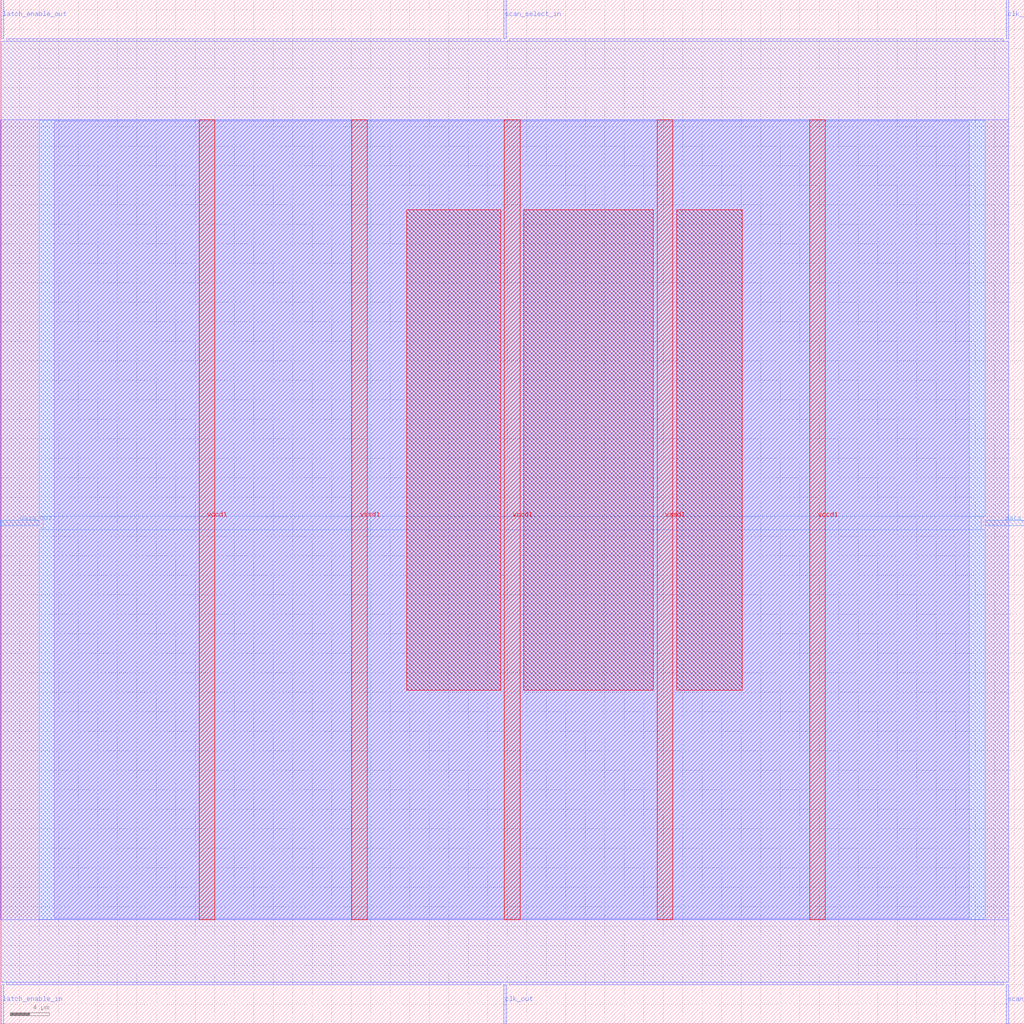
<source format=lef>
VERSION 5.7 ;
  NOWIREEXTENSIONATPIN ON ;
  DIVIDERCHAR "/" ;
  BUSBITCHARS "[]" ;
MACRO scan_wrapper_341174480471589458
  CLASS BLOCK ;
  FOREIGN scan_wrapper_341174480471589458 ;
  ORIGIN 0.000 0.000 ;
  SIZE 105.000 BY 105.000 ;
  PIN clk_in
    DIRECTION INPUT ;
    USE SIGNAL ;
    PORT
      LAYER met2 ;
        RECT 103.130 101.000 103.410 105.000 ;
    END
  END clk_in
  PIN clk_out
    DIRECTION OUTPUT TRISTATE ;
    USE SIGNAL ;
    PORT
      LAYER met2 ;
        RECT 51.610 0.000 51.890 4.000 ;
    END
  END clk_out
  PIN data_in
    DIRECTION INPUT ;
    USE SIGNAL ;
    PORT
      LAYER met3 ;
        RECT 101.000 51.040 105.000 51.640 ;
    END
  END data_in
  PIN data_out
    DIRECTION OUTPUT TRISTATE ;
    USE SIGNAL ;
    PORT
      LAYER met3 ;
        RECT 0.000 51.040 4.000 51.640 ;
    END
  END data_out
  PIN latch_enable_in
    DIRECTION INPUT ;
    USE SIGNAL ;
    PORT
      LAYER met2 ;
        RECT 0.090 0.000 0.370 4.000 ;
    END
  END latch_enable_in
  PIN latch_enable_out
    DIRECTION OUTPUT TRISTATE ;
    USE SIGNAL ;
    PORT
      LAYER met2 ;
        RECT 0.090 101.000 0.370 105.000 ;
    END
  END latch_enable_out
  PIN scan_select_in
    DIRECTION INPUT ;
    USE SIGNAL ;
    PORT
      LAYER met2 ;
        RECT 51.610 101.000 51.890 105.000 ;
    END
  END scan_select_in
  PIN scan_select_out
    DIRECTION OUTPUT TRISTATE ;
    USE SIGNAL ;
    PORT
      LAYER met2 ;
        RECT 103.130 0.000 103.410 4.000 ;
    END
  END scan_select_out
  PIN vccd1
    DIRECTION INPUT ;
    USE POWER ;
    PORT
      LAYER met4 ;
        RECT 20.380 10.640 21.980 92.720 ;
    END
    PORT
      LAYER met4 ;
        RECT 51.700 10.640 53.300 92.720 ;
    END
    PORT
      LAYER met4 ;
        RECT 83.020 10.640 84.620 92.720 ;
    END
  END vccd1
  PIN vssd1
    DIRECTION INPUT ;
    USE GROUND ;
    PORT
      LAYER met4 ;
        RECT 36.040 10.640 37.640 92.720 ;
    END
    PORT
      LAYER met4 ;
        RECT 67.360 10.640 68.960 92.720 ;
    END
  END vssd1
  OBS
      LAYER li1 ;
        RECT 5.520 10.795 99.360 92.565 ;
      LAYER met1 ;
        RECT 0.070 10.640 103.430 92.720 ;
      LAYER met2 ;
        RECT 0.650 100.720 51.330 101.000 ;
        RECT 52.170 100.720 102.850 101.000 ;
        RECT 0.100 4.280 103.400 100.720 ;
        RECT 0.650 4.000 51.330 4.280 ;
        RECT 52.170 4.000 102.850 4.280 ;
      LAYER met3 ;
        RECT 4.000 52.040 101.000 92.645 ;
        RECT 4.400 50.640 100.600 52.040 ;
        RECT 4.000 10.715 101.000 50.640 ;
      LAYER met4 ;
        RECT 41.695 34.175 51.300 83.465 ;
        RECT 53.700 34.175 66.960 83.465 ;
        RECT 69.360 34.175 76.065 83.465 ;
  END
END scan_wrapper_341174480471589458
END LIBRARY


</source>
